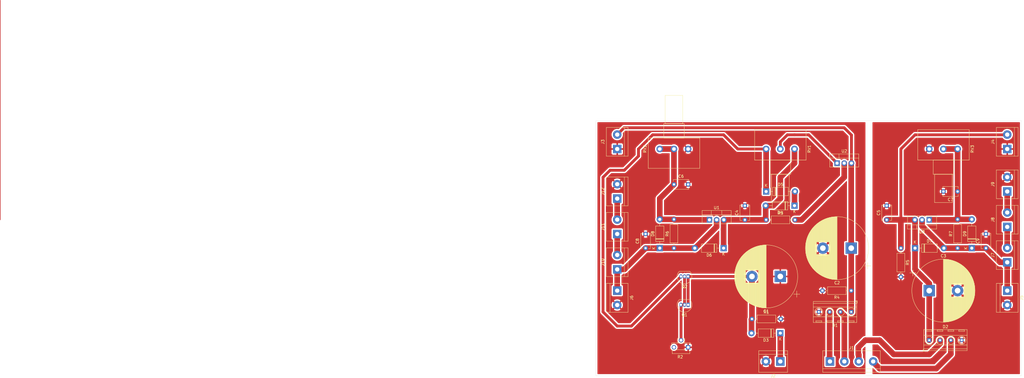
<source format=kicad_pcb>
(kicad_pcb (version 20171130) (host pcbnew "(5.1.9)-1")
  (layers (0 F.Cu signal) (31 B.Cu signal) (34 B.Paste user) (35 F.Paste user) (36 B.SilkS user) (37 F.SilkS user) (38 B.Mask user) (39 F.Mask user) (44 Edge.Cuts user))
  (net 0 "")
  (net 1 /ACbiasb)
  (net 2 /Vbias)
  (net 3 /V+1)
  (net 4 /V-2)
  (net 5 /V+2)
  (net 6 "Net-(C4-Pad1)")
  (net 7 "Net-(C6-Pad1)")
  (net 8 "Net-(C7-Pad1)")
  (net 9 "Net-(C8-Pad1)")
  (net 10 "Net-(C9-Pad1)")
  (net 11 /AC1b)
  (net 12 /AC1a)
  (net 13 /AC2b)
  (net 14 /AC2a)
  (net 15 /ACbiasa)
  (net 16 "Net-(D4-Pad1)")
  (net 17 "Net-(D5-Pad1)")
  (net 18 "Net-(J7-Pad2)")
  (net 19 "Net-(J8-Pad2)")
  (net 20 "Net-(J10-Pad2)")
  (net 21 "Net-(J11-Pad2)")
  (net 22 "Net-(Q1-Pad2)")
  (net 23 "Net-(R3-Pad2)")
  (net 24 "Net-(RV1-Pad2)")
  (module Package_TO_SOT_THT:TO-220-3_Vertical (layer F.Cu) (at 192.5 90 180)
    (fp_text reference U3 (at 2.54 -4.27) (layer F.SilkS))
    (fp_text value LM317_TO-220)
    (pad 3 thru_hole oval (at 5.08 0 180) (size 1.905 2) (drill 1.1) (layers *.Cu *.Mask) (net 5 /V+2))
    (pad 2 thru_hole oval (at 2.54 0 180) (size 1.905 2) (drill 1.1) (layers *.Cu *.Mask) (net 10 "Net-(C9-Pad1)"))
    (pad 1 thru_hole rect (at 0 0 180) (size 1.905 2) (drill 1.1) (layers *.Cu *.Mask) (net 8 "Net-(C7-Pad1)"))
  )
  (module Package_TO_SOT_THT:TO-220-3_Vertical (layer F.Cu) (at 160 70)
    (fp_text reference U2 (at 2.54 -4.27) (layer F.SilkS))
    (fp_text value LM317_TO-220)
    (pad 3 thru_hole oval (at 5.08 0) (size 1.905 2) (drill 1.1) (layers *.Cu *.Mask) (net 3 /V+1))
    (pad 2 thru_hole oval (at 2.54 0) (size 1.905 2) (drill 1.1) (layers *.Cu *.Mask) (net 23 "Net-(R3-Pad2)"))
    (pad 1 thru_hole rect (at 0 0) (size 1.905 2) (drill 1.1) (layers *.Cu *.Mask) (net 24 "Net-(RV1-Pad2)"))
  )
  (module Package_TO_SOT_THT:TO-220-3_Vertical (layer F.Cu) (at 115 90)
    (fp_text reference U1 (at 2.54 -4.27) (layer F.SilkS))
    (fp_text value LM317_TO-220)
    (pad 3 thru_hole oval (at 5.08 0) (size 1.905 2) (drill 1.1) (layers *.Cu *.Mask) (net 6 "Net-(C4-Pad1)"))
    (pad 2 thru_hole oval (at 2.54 0) (size 1.905 2) (drill 1.1) (layers *.Cu *.Mask) (net 9 "Net-(C8-Pad1)"))
    (pad 1 thru_hole rect (at 0 0) (size 1.905 2) (drill 1.1) (layers *.Cu *.Mask) (net 7 "Net-(C6-Pad1)"))
  )
  (module Potentiometer_THT:Potentiometer_Alps_RK163_Single_Horizontal (layer F.Cu) (at 192.5 65 270)
    (fp_text reference RV3 (at 0 -15.2 90) (layer F.SilkS))
    (fp_text value 5k)
    (pad 3 thru_hole circle (at 0 -10 270) (size 2.34 2.34) (drill 1.3) (layers *.Cu *.Mask) (net 8 "Net-(C7-Pad1)"))
    (pad 2 thru_hole circle (at 0 -5 270) (size 2.34 2.34) (drill 1.3) (layers *.Cu *.Mask) (net 8 "Net-(C7-Pad1)"))
    (pad 1 thru_hole circle (at 0 0 270) (size 2.34 2.34) (drill 1.3) (layers *.Cu *.Mask) (net 4 /V-2))
  )
  (module Potentiometer_THT:Potentiometer_Alps_RK163_Single_Horizontal (layer F.Cu) (at 107.5 65 90)
    (fp_text reference RV2 (at 0 -15.2 90) (layer F.SilkS))
    (fp_text value 5k)
    (pad 1 thru_hole circle (at 0 0 90) (size 2.34 2.34) (drill 1.3) (layers *.Cu *.Mask) (net 1 /ACbiasb))
    (pad 2 thru_hole circle (at 0 -5 90) (size 2.34 2.34) (drill 1.3) (layers *.Cu *.Mask) (net 7 "Net-(C6-Pad1)"))
    (pad 3 thru_hole circle (at 0 -10 90) (size 2.34 2.34) (drill 1.3) (layers *.Cu *.Mask) (net 7 "Net-(C6-Pad1)"))
  )
  (module Potentiometer_THT:Potentiometer_Alps_RK163_Single_Horizontal (layer F.Cu) (at 135 65 270)
    (fp_text reference RV1 (at 0 -15.2 270) (layer F.SilkS))
    (fp_text value 100)
    (pad 3 thru_hole circle (at 0 -10 270) (size 2.34 2.34) (drill 1.3) (layers *.Cu *.Mask) (net 6 "Net-(C4-Pad1)"))
    (pad 2 thru_hole circle (at 0 -5 270) (size 2.34 2.34) (drill 1.3) (layers *.Cu *.Mask) (net 24 "Net-(RV1-Pad2)"))
    (pad 1 thru_hole circle (at 0 0 270) (size 2.34 2.34) (drill 1.3) (layers *.Cu *.Mask) (net 17 "Net-(D5-Pad1)"))
  )
  (module Resistor_THT:R_Axial_DIN0207_L6.3mm_D2.5mm_P10.16mm_Horizontal (layer F.Cu) (at 202.5 100 90)
    (fp_text reference R7 (at 5.08 -2.37 270) (layer F.SilkS))
    (fp_text value 330)
    (pad 2 thru_hole oval (at 10.16 0 90) (size 1.6 1.6) (drill 0.8) (layers *.Cu *.Mask) (net 8 "Net-(C7-Pad1)"))
    (pad 1 thru_hole circle (at 0 0 90) (size 1.6 1.6) (drill 0.8) (layers *.Cu *.Mask) (net 10 "Net-(C9-Pad1)"))
  )
  (module Resistor_THT:R_Axial_DIN0207_L6.3mm_D2.5mm_P10.16mm_Horizontal (layer F.Cu) (at 102.5 100 90)
    (fp_text reference R6 (at 5.08 -2.37 90) (layer F.SilkS))
    (fp_text value 330)
    (pad 2 thru_hole oval (at 10.16 0 90) (size 1.6 1.6) (drill 0.8) (layers *.Cu *.Mask) (net 7 "Net-(C6-Pad1)"))
    (pad 1 thru_hole circle (at 0 0 90) (size 1.6 1.6) (drill 0.8) (layers *.Cu *.Mask) (net 9 "Net-(C8-Pad1)"))
  )
  (module Resistor_THT:R_Axial_DIN0207_L6.3mm_D2.5mm_P10.16mm_Horizontal (layer F.Cu) (at 182.5 100 270)
    (fp_text reference R5 (at 5.08 -2.37 270) (layer F.SilkS))
    (fp_text value 100k)
    (pad 2 thru_hole oval (at 10.16 0 270) (size 1.6 1.6) (drill 0.8) (layers *.Cu *.Mask) (net 4 /V-2))
    (pad 1 thru_hole circle (at 0 0 270) (size 1.6 1.6) (drill 0.8) (layers *.Cu *.Mask) (net 5 /V+2))
  )
  (module Resistor_THT:R_Axial_DIN0207_L6.3mm_D2.5mm_P10.16mm_Horizontal (layer F.Cu) (at 165 115 180)
    (fp_text reference R4 (at 5.08 -2.37 180) (layer F.SilkS))
    (fp_text value 100k)
    (pad 2 thru_hole oval (at 10.16 0 180) (size 1.6 1.6) (drill 0.8) (layers *.Cu *.Mask) (net 1 /ACbiasb))
    (pad 1 thru_hole circle (at 0 0 180) (size 1.6 1.6) (drill 0.8) (layers *.Cu *.Mask) (net 3 /V+1))
  )
  (module Resistor_THT:R_Axial_DIN0207_L6.3mm_D2.5mm_P10.16mm_Horizontal (layer F.Cu) (at 135 90)
    (fp_text reference R3 (at 5.08 -2.37) (layer F.SilkS))
    (fp_text value 1.25)
    (pad 2 thru_hole oval (at 10.16 0) (size 1.6 1.6) (drill 0.8) (layers *.Cu *.Mask) (net 23 "Net-(R3-Pad2)"))
    (pad 1 thru_hole circle (at 0 0) (size 1.6 1.6) (drill 0.8) (layers *.Cu *.Mask) (net 6 "Net-(C4-Pad1)"))
  )
  (module Potentiometer_THT:Potentiometer_Runtron_RM-063_Horizontal (layer F.Cu) (at 107.5 135 180)
    (fp_text reference R2 (at 2.8 -3.4 180) (layer F.SilkS))
    (fp_text value RTRIM)
    (pad 3 thru_hole circle (at 5 0 180) (size 1.55 1.55) (drill 1) (layers *.Cu *.Mask))
    (pad 1 thru_hole rect (at 0 0 180) (size 1.55 1.55) (drill 1) (layers *.Cu *.Mask) (net 1 /ACbiasb))
    (pad 2 thru_hole circle (at 2.5 2.5 180) (size 1.55 1.55) (drill 1) (layers *.Cu *.Mask) (net 22 "Net-(Q1-Pad2)"))
  )
  (module Resistor_THT:R_Axial_DIN0207_L6.3mm_D2.5mm_P10.16mm_Horizontal (layer F.Cu) (at 130 125)
    (fp_text reference R1 (at 5.08 -2.37) (layer F.SilkS))
    (fp_text value 100k)
    (pad 2 thru_hole oval (at 10.16 0) (size 1.6 1.6) (drill 0.8) (layers *.Cu *.Mask) (net 1 /ACbiasb))
    (pad 1 thru_hole circle (at 0 0) (size 1.6 1.6) (drill 0.8) (layers *.Cu *.Mask) (net 2 /Vbias))
  )
  (module Package_TO_SOT_THT:TO-92_Inline (layer F.Cu) (at 107.5 110 180)
    (fp_text reference Q2 (at 1.27 -3.56 180) (layer F.SilkS))
    (fp_text value 2N3904)
    (pad 1 thru_hole rect (at 0 0 180) (size 1.05 1.5) (drill 0.75) (layers *.Cu *.Mask) (net 2 /Vbias))
    (pad 3 thru_hole oval (at 2.54 0 180) (size 1.05 1.5) (drill 0.75) (layers *.Cu *.Mask) (net 17 "Net-(D5-Pad1)"))
    (pad 2 thru_hole oval (at 1.27 0 180) (size 1.05 1.5) (drill 0.75) (layers *.Cu *.Mask) (net 22 "Net-(Q1-Pad2)"))
  )
  (module Package_TO_SOT_THT:TO-92_Inline (layer F.Cu) (at 107.5 120 180)
    (fp_text reference Q1 (at 1.27 -3.56 180) (layer F.SilkS))
    (fp_text value 2N3904)
    (pad 1 thru_hole rect (at 0 0 180) (size 1.05 1.5) (drill 0.75) (layers *.Cu *.Mask) (net 2 /Vbias))
    (pad 3 thru_hole oval (at 2.54 0 180) (size 1.05 1.5) (drill 0.75) (layers *.Cu *.Mask) (net 22 "Net-(Q1-Pad2)"))
    (pad 2 thru_hole oval (at 1.27 0 180) (size 1.05 1.5) (drill 0.75) (layers *.Cu *.Mask) (net 22 "Net-(Q1-Pad2)"))
  )
  (module TerminalBlock:TerminalBlock_bornier-2_P5.08mm (layer F.Cu) (at 82.5 82.5 90)
    (fp_text reference J12 (at 2.54 -5.08 90) (layer F.SilkS))
    (fp_text value "Amperimetro 1")
    (pad 2 thru_hole circle (at 5.08 0 90) (size 3 3) (drill 1.52) (layers *.Cu *.Mask) (net 1 /ACbiasb))
    (pad 1 thru_hole rect (at 0 0 90) (size 3 3) (drill 1.52) (layers *.Cu *.Mask) (net 21 "Net-(J11-Pad2)"))
  )
  (module TerminalBlock:TerminalBlock_bornier-2_P5.08mm (layer F.Cu) (at 82.5 95 90)
    (fp_text reference J11 (at 2.54 -5.08 90) (layer F.SilkS))
    (fp_text value "Out 1")
    (pad 2 thru_hole circle (at 5.08 0 90) (size 3 3) (drill 1.52) (layers *.Cu *.Mask) (net 21 "Net-(J11-Pad2)"))
    (pad 1 thru_hole rect (at 0 0 90) (size 3 3) (drill 1.52) (layers *.Cu *.Mask) (net 20 "Net-(J10-Pad2)"))
  )
  (module TerminalBlock:TerminalBlock_bornier-2_P5.08mm (layer F.Cu) (at 82.5 107.5 90)
    (fp_text reference J10 (at 2.54 -5.08 90) (layer F.SilkS))
    (fp_text value "Switch 1")
    (pad 2 thru_hole circle (at 5.08 0 90) (size 3 3) (drill 1.52) (layers *.Cu *.Mask) (net 20 "Net-(J10-Pad2)"))
    (pad 1 thru_hole rect (at 0 0 90) (size 3 3) (drill 1.52) (layers *.Cu *.Mask) (net 9 "Net-(C8-Pad1)"))
  )
  (module TerminalBlock:TerminalBlock_bornier-2_P5.08mm (layer F.Cu) (at 220 80 90)
    (fp_text reference J9 (at 2.54 -5.08 90) (layer F.SilkS))
    (fp_text value "Amperimetro 2")
    (pad 2 thru_hole circle (at 5.08 0 90) (size 3 3) (drill 1.52) (layers *.Cu *.Mask) (net 4 /V-2))
    (pad 1 thru_hole rect (at 0 0 90) (size 3 3) (drill 1.52) (layers *.Cu *.Mask) (net 19 "Net-(J8-Pad2)"))
  )
  (module TerminalBlock:TerminalBlock_bornier-2_P5.08mm (layer F.Cu) (at 220 92.5 90)
    (fp_text reference J8 (at 2.54 -5.08 90) (layer F.SilkS))
    (fp_text value "Out 2")
    (pad 2 thru_hole circle (at 5.08 0 90) (size 3 3) (drill 1.52) (layers *.Cu *.Mask) (net 19 "Net-(J8-Pad2)"))
    (pad 1 thru_hole rect (at 0 0 90) (size 3 3) (drill 1.52) (layers *.Cu *.Mask) (net 18 "Net-(J7-Pad2)"))
  )
  (module TerminalBlock:TerminalBlock_bornier-2_P5.08mm (layer F.Cu) (at 220 105 90)
    (fp_text reference J7 (at 2.54 -5.08 90) (layer F.SilkS))
    (fp_text value "Switch 2")
    (pad 2 thru_hole circle (at 5.08 0 90) (size 3 3) (drill 1.52) (layers *.Cu *.Mask) (net 18 "Net-(J7-Pad2)"))
    (pad 1 thru_hole rect (at 0 0 90) (size 3 3) (drill 1.52) (layers *.Cu *.Mask) (net 10 "Net-(C9-Pad1)"))
  )
  (module TerminalBlock:TerminalBlock_bornier-2_P5.08mm (layer F.Cu) (at 82.5 115 270)
    (fp_text reference J6 (at 2.54 -5.08 270) (layer F.SilkS))
    (fp_text value "Voltimetro 1")
    (pad 2 thru_hole circle (at 5.08 0 270) (size 3 3) (drill 1.52) (layers *.Cu *.Mask) (net 1 /ACbiasb))
    (pad 1 thru_hole rect (at 0 0 270) (size 3 3) (drill 1.52) (layers *.Cu *.Mask) (net 9 "Net-(C8-Pad1)"))
  )
  (module TerminalBlock:TerminalBlock_bornier-2_P5.08mm (layer F.Cu) (at 220 115 270)
    (fp_text reference J5 (at 2.54 -5.08 270) (layer F.SilkS))
    (fp_text value "Voltimetro 2")
    (pad 2 thru_hole circle (at 5.08 0 270) (size 3 3) (drill 1.52) (layers *.Cu *.Mask) (net 4 /V-2))
    (pad 1 thru_hole rect (at 0 0 270) (size 3 3) (drill 1.52) (layers *.Cu *.Mask) (net 10 "Net-(C9-Pad1)"))
  )
  (module TerminalBlock:TerminalBlock_bornier-2_P5.08mm (layer F.Cu) (at 220 65 90)
    (fp_text reference J4 (at 2.54 -5.08 90) (layer F.SilkS))
    (fp_text value "Alimentacion medidor 2")
    (pad 2 thru_hole circle (at 5.08 0 90) (size 3 3) (drill 1.52) (layers *.Cu *.Mask) (net 5 /V+2))
    (pad 1 thru_hole rect (at 0 0 90) (size 3 3) (drill 1.52) (layers *.Cu *.Mask) (net 4 /V-2))
  )
  (module TerminalBlock:TerminalBlock_bornier-2_P5.08mm (layer F.Cu) (at 82.5 65 90)
    (fp_text reference J3 (at 2.54 -5.08 90) (layer F.SilkS))
    (fp_text value "Alimentacion medidor 1")
    (pad 2 thru_hole circle (at 5.08 0 90) (size 3 3) (drill 1.52) (layers *.Cu *.Mask) (net 3 /V+1))
    (pad 1 thru_hole rect (at 0 0 90) (size 3 3) (drill 1.52) (layers *.Cu *.Mask) (net 1 /ACbiasb))
  )
  (module TerminalBlock:TerminalBlock_bornier-2_P5.08mm (layer F.Cu) (at 140 140 180)
    (fp_text reference J2 (at 2.54 -5.08 180) (layer F.SilkS))
    (fp_text value "Transformador Bias")
    (pad 2 thru_hole circle (at 5.08 0 180) (size 3 3) (drill 1.52) (layers *.Cu *.Mask) (net 1 /ACbiasb))
    (pad 1 thru_hole rect (at 0 0 180) (size 3 3) (drill 1.52) (layers *.Cu *.Mask) (net 15 /ACbiasa))
  )
  (module TerminalBlock:TerminalBlock_bornier-4_P5.08mm (layer F.Cu) (at 157.5 140)
    (fp_text reference J1 (at 7.6 -4.8) (layer F.SilkS))
    (fp_text value "Entrada Transf Principal")
    (pad 4 thru_hole circle (at 15.24 0) (size 3 3) (drill 1.52) (layers *.Cu *.Mask) (net 13 /AC2b))
    (pad 1 thru_hole rect (at 0 0) (size 3 3) (drill 1.52) (layers *.Cu *.Mask) (net 11 /AC1b))
    (pad 3 thru_hole circle (at 10.16 0) (size 3 3) (drill 1.52) (layers *.Cu *.Mask) (net 14 /AC2a))
    (pad 2 thru_hole circle (at 5.08 0) (size 3 3) (drill 1.52) (layers *.Cu *.Mask) (net 12 /AC1a))
  )
  (module Diode_THT:D_DO-41_SOD81_P10.16mm_Horizontal (layer F.Cu) (at 207.5 100 90)
    (fp_text reference D9 (at 5.08 -2.47 270) (layer F.SilkS))
    (fp_text value 1N4002)
    (fp_text user K (at 0 -2.1 270) (layer F.SilkS))
    (pad 2 thru_hole oval (at 10.16 0 90) (size 2.2 2.2) (drill 1.1) (layers *.Cu *.Mask) (net 8 "Net-(C7-Pad1)"))
    (pad 1 thru_hole rect (at 0 0 90) (size 2.2 2.2) (drill 1.1) (layers *.Cu *.Mask) (net 10 "Net-(C9-Pad1)"))
  )
  (module Diode_THT:D_DO-41_SOD81_P10.16mm_Horizontal (layer F.Cu) (at 97.5 100 90)
    (fp_text reference D8 (at 5.08 -2.47 90) (layer F.SilkS))
    (fp_text value 1N4002)
    (fp_text user K (at 0 -2.1 90) (layer F.SilkS))
    (pad 2 thru_hole oval (at 10.16 0 90) (size 2.2 2.2) (drill 1.1) (layers *.Cu *.Mask) (net 7 "Net-(C6-Pad1)"))
    (pad 1 thru_hole rect (at 0 0 90) (size 2.2 2.2) (drill 1.1) (layers *.Cu *.Mask) (net 9 "Net-(C8-Pad1)"))
  )
  (module Diode_THT:D_DO-41_SOD81_P10.16mm_Horizontal (layer F.Cu) (at 187.5 100)
    (fp_text reference D7 (at 5.08 -2.47 180) (layer F.SilkS))
    (fp_text value 1N4002)
    (fp_text user K (at 0 -2.1 180) (layer F.SilkS))
    (pad 2 thru_hole oval (at 10.16 0) (size 2.2 2.2) (drill 1.1) (layers *.Cu *.Mask) (net 10 "Net-(C9-Pad1)"))
    (pad 1 thru_hole rect (at 0 0) (size 2.2 2.2) (drill 1.1) (layers *.Cu *.Mask) (net 5 /V+2))
  )
  (module Diode_THT:D_DO-41_SOD81_P10.16mm_Horizontal (layer F.Cu) (at 120 100 180)
    (fp_text reference D6 (at 5.08 -2.47 180) (layer F.SilkS))
    (fp_text value 1N4002)
    (fp_text user K (at 0 -2.1 180) (layer F.SilkS))
    (pad 2 thru_hole oval (at 10.16 0 180) (size 2.2 2.2) (drill 1.1) (layers *.Cu *.Mask) (net 9 "Net-(C8-Pad1)"))
    (pad 1 thru_hole rect (at 0 0 180) (size 2.2 2.2) (drill 1.1) (layers *.Cu *.Mask) (net 6 "Net-(C4-Pad1)"))
  )
  (module Diode_THT:D_DO-41_SOD81_P10.16mm_Horizontal (layer F.Cu) (at 135 80)
    (fp_text reference D5 (at 5.08 -2.47) (layer F.SilkS))
    (fp_text value 1N4001)
    (fp_text user K (at 0 -2.1) (layer F.SilkS))
    (pad 2 thru_hole oval (at 10.16 0) (size 2.2 2.2) (drill 1.1) (layers *.Cu *.Mask) (net 16 "Net-(D4-Pad1)"))
    (pad 1 thru_hole rect (at 0 0) (size 2.2 2.2) (drill 1.1) (layers *.Cu *.Mask) (net 17 "Net-(D5-Pad1)"))
  )
  (module Diode_THT:D_DO-41_SOD81_P10.16mm_Horizontal (layer F.Cu) (at 145 85 180)
    (fp_text reference D4 (at 5.08 -2.47 180) (layer F.SilkS))
    (fp_text value 1N4001)
    (fp_text user K (at 0 -2.1 180) (layer F.SilkS))
    (pad 2 thru_hole oval (at 10.16 0 180) (size 2.2 2.2) (drill 1.1) (layers *.Cu *.Mask) (net 6 "Net-(C4-Pad1)"))
    (pad 1 thru_hole rect (at 0 0 180) (size 2.2 2.2) (drill 1.1) (layers *.Cu *.Mask) (net 16 "Net-(D4-Pad1)"))
  )
  (module Diode_THT:D_DO-41_SOD81_P10.16mm_Horizontal (layer F.Cu) (at 140 130 180)
    (fp_text reference D3 (at 5.08 -2.47 180) (layer F.SilkS))
    (fp_text value 1N4001)
    (fp_text user K (at 0 -2.1 180) (layer F.SilkS))
    (pad 2 thru_hole oval (at 10.16 0 180) (size 2.2 2.2) (drill 1.1) (layers *.Cu *.Mask) (net 2 /Vbias))
    (pad 1 thru_hole rect (at 0 0 180) (size 2.2 2.2) (drill 1.1) (layers *.Cu *.Mask) (net 15 /ACbiasa))
  )
  (module TerminalBlock_MetzConnect:TerminalBlock_MetzConnect_Type086_RT03404HBLC_1x04_P3.81mm_Horizontal (layer F.Cu) (at 192.5 132.5)
    (fp_text reference D2 (at 5.715 -4.76) (layer F.SilkS))
    (fp_text value D_Bridge_+AA-)
    (pad 4 thru_hole circle (at 11.43 0) (size 1.4 1.4) (drill 0.7) (layers *.Cu *.Mask) (net 4 /V-2))
    (pad 3 thru_hole circle (at 7.62 0) (size 1.4 1.4) (drill 0.7) (layers *.Cu *.Mask) (net 13 /AC2b))
    (pad 2 thru_hole circle (at 3.81 0) (size 1.4 1.4) (drill 0.7) (layers *.Cu *.Mask) (net 14 /AC2a))
    (pad 1 thru_hole rect (at 0 0) (size 1.4 1.4) (drill 0.7) (layers *.Cu *.Mask) (net 5 /V+2))
  )
  (module TerminalBlock_MetzConnect:TerminalBlock_MetzConnect_Type086_RT03404HBLC_1x04_P3.81mm_Horizontal (layer F.Cu) (at 165 122.5 180)
    (fp_text reference D1 (at 5.715 -4.76 180) (layer F.SilkS))
    (fp_text value D_Bridge_+AA-)
    (pad 4 thru_hole circle (at 11.43 0 180) (size 1.4 1.4) (drill 0.7) (layers *.Cu *.Mask) (net 1 /ACbiasb))
    (pad 3 thru_hole circle (at 7.62 0 180) (size 1.4 1.4) (drill 0.7) (layers *.Cu *.Mask) (net 11 /AC1b))
    (pad 2 thru_hole circle (at 3.81 0 180) (size 1.4 1.4) (drill 0.7) (layers *.Cu *.Mask) (net 12 /AC1a))
    (pad 1 thru_hole rect (at 0 0 180) (size 1.4 1.4) (drill 0.7) (layers *.Cu *.Mask) (net 3 /V+1))
  )
  (module Capacitor_THT:C_Disc_D5.1mm_W3.2mm_P5.00mm (layer F.Cu) (at 212.5 100 90)
    (fp_text reference C9 (at 2.5 -2.85 270) (layer F.SilkS))
    (fp_text value 1u)
    (pad 2 thru_hole circle (at 5 0 90) (size 1.6 1.6) (drill 0.8) (layers *.Cu *.Mask) (net 4 /V-2))
    (pad 1 thru_hole circle (at 0 0 90) (size 1.6 1.6) (drill 0.8) (layers *.Cu *.Mask) (net 10 "Net-(C9-Pad1)"))
  )
  (module Capacitor_THT:C_Disc_D5.1mm_W3.2mm_P5.00mm (layer F.Cu) (at 92.5 100 90)
    (fp_text reference C8 (at 2.5 -2.85 90) (layer F.SilkS))
    (fp_text value 1u)
    (pad 2 thru_hole circle (at 5 0 90) (size 1.6 1.6) (drill 0.8) (layers *.Cu *.Mask) (net 1 /ACbiasb))
    (pad 1 thru_hole circle (at 0 0 90) (size 1.6 1.6) (drill 0.8) (layers *.Cu *.Mask) (net 9 "Net-(C8-Pad1)"))
  )
  (module Capacitor_THT:C_Disc_D5.1mm_W3.2mm_P5.00mm (layer F.Cu) (at 202.5 80 180)
    (fp_text reference C7 (at 2.5 -2.85) (layer F.SilkS))
    (fp_text value 0.1u)
    (pad 2 thru_hole circle (at 5 0 180) (size 1.6 1.6) (drill 0.8) (layers *.Cu *.Mask) (net 4 /V-2))
    (pad 1 thru_hole circle (at 0 0 180) (size 1.6 1.6) (drill 0.8) (layers *.Cu *.Mask) (net 8 "Net-(C7-Pad1)"))
  )
  (module Capacitor_THT:C_Disc_D5.1mm_W3.2mm_P5.00mm (layer F.Cu) (at 102.5 77.5)
    (fp_text reference C6 (at 2.5 -2.85) (layer F.SilkS))
    (fp_text value 0.1u)
    (pad 2 thru_hole circle (at 5 0) (size 1.6 1.6) (drill 0.8) (layers *.Cu *.Mask) (net 1 /ACbiasb))
    (pad 1 thru_hole circle (at 0 0) (size 1.6 1.6) (drill 0.8) (layers *.Cu *.Mask) (net 7 "Net-(C6-Pad1)"))
  )
  (module Capacitor_THT:C_Disc_D5.1mm_W3.2mm_P5.00mm (layer F.Cu) (at 177.5 90 90)
    (fp_text reference C5 (at 2.5 -2.85 270) (layer F.SilkS))
    (fp_text value 0.1u)
    (pad 2 thru_hole circle (at 5 0 90) (size 1.6 1.6) (drill 0.8) (layers *.Cu *.Mask) (net 4 /V-2))
    (pad 1 thru_hole circle (at 0 0 90) (size 1.6 1.6) (drill 0.8) (layers *.Cu *.Mask) (net 5 /V+2))
  )
  (module Capacitor_THT:C_Disc_D5.1mm_W3.2mm_P5.00mm (layer F.Cu) (at 127.5 90 90)
    (fp_text reference C4 (at 2.5 -2.85 90) (layer F.SilkS))
    (fp_text value 0.1u)
    (pad 2 thru_hole circle (at 5 0 90) (size 1.6 1.6) (drill 0.8) (layers *.Cu *.Mask) (net 1 /ACbiasb))
    (pad 1 thru_hole circle (at 0 0 90) (size 1.6 1.6) (drill 0.8) (layers *.Cu *.Mask) (net 6 "Net-(C4-Pad1)"))
  )
  (module Capacitor_THT:CP_Radial_D22.0mm_P10.00mm_SnapIn (layer F.Cu) (at 192.5 115)
    (fp_text reference C3 (at 5 -12.25) (layer F.SilkS))
    (fp_text value 1000u)
    (pad 2 thru_hole circle (at 10 0) (size 4 4) (drill 2) (layers *.Cu *.Mask) (net 4 /V-2))
    (pad 1 thru_hole rect (at 0 0) (size 4 4) (drill 2) (layers *.Cu *.Mask) (net 5 /V+2))
  )
  (module Capacitor_THT:CP_Radial_D22.0mm_P10.00mm_SnapIn (layer F.Cu) (at 165 100 180)
    (fp_text reference C2 (at 5 -12.25 180) (layer F.SilkS))
    (fp_text value 100u)
    (pad 2 thru_hole circle (at 10 0 180) (size 4 4) (drill 2) (layers *.Cu *.Mask) (net 1 /ACbiasb))
    (pad 1 thru_hole rect (at 0 0 180) (size 4 4) (drill 2) (layers *.Cu *.Mask) (net 3 /V+1))
  )
  (module Capacitor_THT:CP_Radial_D22.0mm_P10.00mm_SnapIn (layer F.Cu) (at 140 110 180)
    (fp_text reference C1 (at 5 -12.25 180) (layer F.SilkS))
    (fp_text value 1000u)
    (pad 2 thru_hole circle (at 10 0 180) (size 4 4) (drill 2) (layers *.Cu *.Mask) (net 2 /Vbias))
    (pad 1 thru_hole rect (at 0 0 180) (size 4 4) (drill 2) (layers *.Cu *.Mask) (net 1 /ACbiasb))
  )
  (gr_line (start 75 145) (end 75 55) (angle 90) (layer Edge.Cuts) (width 0.05))
  (gr_line (start 225 145) (end 75 145) (angle 90) (layer Edge.Cuts) (width 0.05))
  (gr_line (start 225 55) (end 225 145) (angle 90) (layer Edge.Cuts) (width 0.05))
  (gr_line (start 75 55) (end 225 55) (angle 90) (layer Edge.Cuts) (width 0.05))
  (gr_line (start -135 12.5) (end -135 90) (angle 90) (layer F.Cu) (width 0.2))
  (segment (start 130 110) (end 107.5 110) (width 1) (layer F.Cu) (net 2))
  (segment (start 107.5 110) (end 107.5 120) (width 1) (layer F.Cu) (net 2))
  (segment (start 129.84 130) (end 129.84 125.16) (width 2) (layer F.Cu) (net 2))
  (segment (start 129.84 125.16) (end 130 125) (width 2) (layer F.Cu) (net 2))
  (segment (start 130 125) (end 130 110) (width 2) (layer F.Cu) (net 2))
  (segment (start 165 122.5) (end 165 115) (width 2) (layer F.Cu) (net 3))
  (segment (start 165 115) (end 165 100) (width 2) (layer F.Cu) (net 3))
  (segment (start 165 100) (end 165 70.08) (width 2) (layer F.Cu) (net 3))
  (segment (start 165 70.08) (end 165.08 70) (width 2) (layer F.Cu) (net 3))
  (segment (start 165.08 70) (end 165.08 60.08) (width 1) (layer F.Cu) (net 3))
  (segment (start 84.92 57.5) (end 82.5 59.92) (width 1) (layer F.Cu) (net 3))
  (segment (start 162.5 57.5) (end 84.92 57.5) (width 1) (layer F.Cu) (net 3))
  (segment (start 165.08 60.08) (end 162.5 57.5) (width 1) (layer F.Cu) (net 3))
  (segment (start 192.5 115) (end 192.5 112.5) (width 2) (layer F.Cu) (net 5))
  (segment (start 187.5 107.5) (end 187.5 100) (width 2) (layer F.Cu) (net 5))
  (segment (start 192.5 112.5) (end 187.5 107.5) (width 2) (layer F.Cu) (net 5))
  (segment (start 187.5 100) (end 187.5 90.08) (width 2) (layer F.Cu) (net 5))
  (segment (start 187.5 90.08) (end 187.42 90) (width 2) (layer F.Cu) (net 5))
  (segment (start 192.5 115) (end 192.5 132.5) (width 2) (layer F.Cu) (net 5))
  (segment (start 177.5 90) (end 182.5 90) (width 2) (layer F.Cu) (net 5))
  (segment (start 182.5 90) (end 187.42 90) (width 2) (layer F.Cu) (net 5))
  (segment (start 182.5 100) (end 182.5 90) (width 2) (layer F.Cu) (net 5))
  (segment (start 182.5 90) (end 182.5 65) (width 1) (layer F.Cu) (net 5))
  (segment (start 219.92 60) (end 220 59.92) (width 1) (layer F.Cu) (net 5))
  (segment (start 187.5 60) (end 219.92 60) (width 1) (layer F.Cu) (net 5))
  (segment (start 182.5 65) (end 187.5 60) (width 1) (layer F.Cu) (net 5))
  (segment (start 127.42 89.92) (end 127.5 90) (width 1.5) (layer F.Cu) (net 6))
  (segment (start 127.42 89.92) (end 127.5 90) (width 1.5) (layer F.Cu) (net 6))
  (segment (start 134.84 85) (end 134.84 89.84) (width 2) (layer F.Cu) (net 6))
  (segment (start 134.84 89.84) (end 135 90) (width 2) (layer F.Cu) (net 6))
  (segment (start 134.84 85) (end 137.5 85) (width 2) (layer F.Cu) (net 6))
  (segment (start 145 70) (end 145 65) (width 2) (layer F.Cu) (net 6))
  (segment (start 140 75) (end 145 70) (width 2) (layer F.Cu) (net 6))
  (segment (start 140 82.5) (end 140 75) (width 2) (layer F.Cu) (net 6))
  (segment (start 137.5 85) (end 140 82.5) (width 2) (layer F.Cu) (net 6))
  (segment (start 135 90) (end 127.5 90) (width 2) (layer F.Cu) (net 6))
  (segment (start 127.5 90) (end 120.08 90) (width 2) (layer F.Cu) (net 6))
  (segment (start 120.08 90) (end 120 90.08) (width 2) (layer F.Cu) (net 6))
  (segment (start 120 90.08) (end 120 100) (width 2) (layer F.Cu) (net 6))
  (segment (start 115 90) (end 102.66 90) (width 2) (layer F.Cu) (net 7))
  (segment (start 102.66 90) (end 102.5 89.84) (width 2) (layer F.Cu) (net 7))
  (segment (start 102.5 89.84) (end 97.5 89.84) (width 2) (layer F.Cu) (net 7))
  (segment (start 97.5 89.84) (end 97.5 82.5) (width 2) (layer F.Cu) (net 7))
  (segment (start 97.5 82.5) (end 102.5 77.5) (width 2) (layer F.Cu) (net 7))
  (segment (start 102.5 77.5) (end 102.5 65) (width 2) (layer F.Cu) (net 7))
  (segment (start 97.5 65) (end 102.5 65) (width 2) (layer F.Cu) (net 7))
  (segment (start 197.5 65) (end 202.5 65) (width 2) (layer F.Cu) (net 8))
  (segment (start 192.5 90) (end 202.66 90) (width 2) (layer F.Cu) (net 8))
  (segment (start 202.66 90) (end 202.5 89.84) (width 2) (layer F.Cu) (net 8))
  (segment (start 202.5 89.84) (end 207.5 89.84) (width 2) (layer F.Cu) (net 8))
  (segment (start 202.5 89.84) (end 202.5 80) (width 2) (layer F.Cu) (net 8))
  (segment (start 202.5 80) (end 202.5 65) (width 2) (layer F.Cu) (net 8))
  (segment (start 109.84 100) (end 102.5 100) (width 2) (layer F.Cu) (net 9))
  (segment (start 102.5 100) (end 97.5 100) (width 2) (layer F.Cu) (net 9))
  (segment (start 97.5 100) (end 92.5 100) (width 2) (layer F.Cu) (net 9))
  (segment (start 92.5 100) (end 85 107.5) (width 2) (layer F.Cu) (net 9))
  (segment (start 85 107.5) (end 82.5 107.5) (width 2) (layer F.Cu) (net 9))
  (segment (start 82.5 107.5) (end 82.5 115) (width 2) (layer F.Cu) (net 9))
  (segment (start 117.54 90) (end 117.54 92.46) (width 2) (layer F.Cu) (net 9))
  (segment (start 110 100) (end 109.84 100) (width 2) (layer F.Cu) (net 9))
  (segment (start 117.54 92.46) (end 110 100) (width 2) (layer F.Cu) (net 9))
  (segment (start 220 115) (end 220 105) (width 2) (layer F.Cu) (net 10))
  (segment (start 189.96 90) (end 189.96 92.240002) (width 2) (layer F.Cu) (net 10))
  (segment (start 197.66 99.940002) (end 197.66 100) (width 2) (layer F.Cu) (net 10))
  (segment (start 189.96 92.240002) (end 197.66 99.940002) (width 2) (layer F.Cu) (net 10))
  (segment (start 197.66 100) (end 202.5 100) (width 2) (layer F.Cu) (net 10))
  (segment (start 202.5 100) (end 207.5 100) (width 2) (layer F.Cu) (net 10))
  (segment (start 207.5 100) (end 212.5 100) (width 2) (layer F.Cu) (net 10))
  (segment (start 212.5 100) (end 217.5 105) (width 2) (layer F.Cu) (net 10))
  (segment (start 217.5 105) (end 220 105) (width 2) (layer F.Cu) (net 10))
  (segment (start 157.38 122.5) (end 157.38 139.88) (width 2) (layer F.Cu) (net 11))
  (segment (start 157.38 139.88) (end 157.5 140) (width 2) (layer F.Cu) (net 11))
  (segment (start 162.58 140) (end 162.58 123.89) (width 2) (layer F.Cu) (net 12))
  (segment (start 162.58 123.89) (end 161.19 122.5) (width 2) (layer F.Cu) (net 12))
  (segment (start 200.12 132.5) (end 200.12 137.38) (width 2) (layer F.Cu) (net 13))
  (segment (start 172.74 140.24) (end 172.74 140) (width 2) (layer F.Cu) (net 13))
  (segment (start 175 142.5) (end 172.74 140.24) (width 2) (layer F.Cu) (net 13))
  (segment (start 195 142.5) (end 175 142.5) (width 2) (layer F.Cu) (net 13))
  (segment (start 200.12 137.38) (end 195 142.5) (width 2) (layer F.Cu) (net 13))
  (segment (start 167.66 140) (end 167.66 137.66) (width 2) (layer F.Cu) (net 14))
  (segment (start 196.31 133.69) (end 196.31 132.5) (width 2) (layer F.Cu) (net 14))
  (segment (start 192.5 137.5) (end 196.31 133.69) (width 2) (layer F.Cu) (net 14))
  (segment (start 180 137.5) (end 192.5 137.5) (width 2) (layer F.Cu) (net 14))
  (segment (start 175 132.5) (end 180 137.5) (width 2) (layer F.Cu) (net 14))
  (segment (start 170 132.5) (end 175 132.5) (width 2) (layer F.Cu) (net 14))
  (segment (start 167.5 135) (end 170 132.5) (width 2) (layer F.Cu) (net 14))
  (segment (start 167.5 137.5) (end 167.5 135) (width 2) (layer F.Cu) (net 14))
  (segment (start 167.66 137.66) (end 167.5 137.5) (width 2) (layer F.Cu) (net 14))
  (segment (start 140 140) (end 140 130) (width 2) (layer F.Cu) (net 15))
  (segment (start 145 85) (end 145 80.16) (width 2) (layer F.Cu) (net 16))
  (segment (start 145 80.16) (end 145.16 80) (width 2) (layer F.Cu) (net 16))
  (segment (start 135 65) (end 135 80) (width 2) (layer F.Cu) (net 17))
  (segment (start 135 65) (end 125 65) (width 1) (layer F.Cu) (net 17))
  (segment (start 105 110) (end 104.96 110) (width 1) (layer F.Cu) (net 17))
  (segment (start 102.5 112.5) (end 105 110) (width 1) (layer F.Cu) (net 17))
  (segment (start 87.5 127.5) (end 102.5 112.5) (width 1) (layer F.Cu) (net 17))
  (segment (start 82.5 127.5) (end 87.5 127.5) (width 1) (layer F.Cu) (net 17))
  (segment (start 77.5 122.5) (end 82.5 127.5) (width 1) (layer F.Cu) (net 17))
  (segment (start 77.5 75) (end 77.5 122.5) (width 1) (layer F.Cu) (net 17))
  (segment (start 80 72.5) (end 77.5 75) (width 1) (layer F.Cu) (net 17))
  (segment (start 85 72.5) (end 80 72.5) (width 1) (layer F.Cu) (net 17))
  (segment (start 90 67.5) (end 85 72.5) (width 1) (layer F.Cu) (net 17))
  (segment (start 90 65) (end 90 67.5) (width 1) (layer F.Cu) (net 17))
  (segment (start 95 60) (end 90 65) (width 1) (layer F.Cu) (net 17))
  (segment (start 120 60) (end 95 60) (width 1) (layer F.Cu) (net 17))
  (segment (start 125 65) (end 120 60) (width 1) (layer F.Cu) (net 17))
  (segment (start 220 99.92) (end 220 92.5) (width 2) (layer F.Cu) (net 18))
  (segment (start 220 80) (end 220 87.42) (width 2) (layer F.Cu) (net 19))
  (segment (start 82.5 102.42) (end 82.5 95) (width 2) (layer F.Cu) (net 20))
  (segment (start 82.5 89.92) (end 82.5 82.5) (width 2) (layer F.Cu) (net 21))
  (segment (start 106.23 110) (end 106.23 120) (width 1) (layer F.Cu) (net 22))
  (segment (start 106.23 120) (end 104.96 120) (width 1) (layer F.Cu) (net 22))
  (segment (start 105 132.5) (end 105 120.04) (width 1) (layer F.Cu) (net 22))
  (segment (start 105 120.04) (end 104.96 120) (width 1) (layer F.Cu) (net 22))
  (segment (start 145.16 90) (end 147.5 90) (width 2) (layer F.Cu) (net 23))
  (segment (start 162.54 74.96) (end 162.54 70) (width 2) (layer F.Cu) (net 23))
  (segment (start 147.5 90) (end 162.54 74.96) (width 2) (layer F.Cu) (net 23))
  (segment (start 160 70) (end 150 60) (width 1) (layer F.Cu) (net 24))
  (segment (start 140 62.5) (end 140 65) (width 1) (layer F.Cu) (net 24))
  (segment (start 142.5 60) (end 140 62.5) (width 1) (layer F.Cu) (net 24))
  (segment (start 145 60) (end 142.5 60) (width 1) (layer F.Cu) (net 24))
  (segment (start 150 60) (end 145 60) (width 1) (layer F.Cu) (net 24))
  (zone (net 4) (net_name /V-2) (layer F.Cu) (connect_pads (clearance 0.508)) (min_thickness 0.254) (fill yes (arc_segments 32) (thermal_gap 0.508) (thermal_bridge_width 0.508))
    (polygon (pts (xy 225 145) (xy 172.5 145) (xy 172.5 55) (xy 225 55)))
  )
  (zone (net 1) (net_name /ACbiasb) (layer F.Cu) (connect_pads (clearance 0.508)) (min_thickness 0.254) (fill yes (arc_segments 32) (thermal_gap 0.508) (thermal_bridge_width 0.508))
    (polygon (pts (xy 170 145) (xy 170 55) (xy 75 55) (xy 75 145)))
  )
)
</source>
